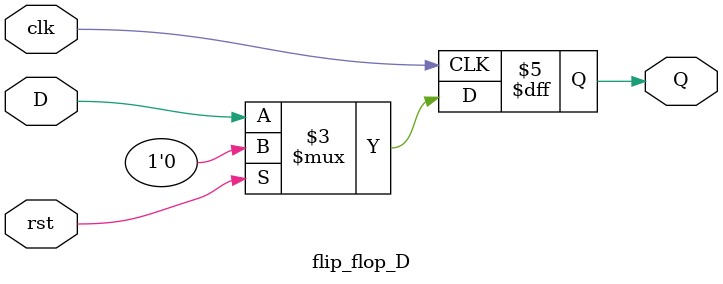
<source format=v>
module flip_flop_D(
	input clk,
	input rst,
	input D,
	output reg Q
);

	always @(posedge clk)begin
		if(rst)
			Q <= 0;
		else 
			Q <= D;
	end
endmodule

</source>
